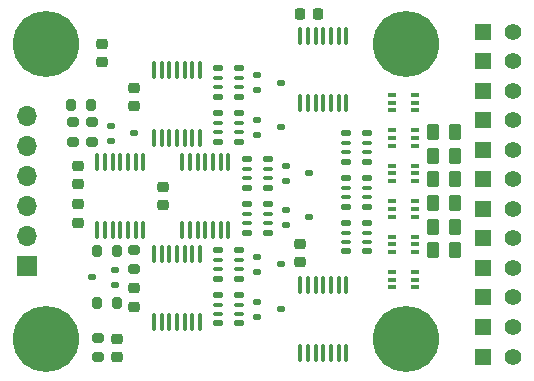
<source format=gts>
G04 #@! TF.GenerationSoftware,KiCad,Pcbnew,7.0.9-69-ge1c0bddff3*
G04 #@! TF.CreationDate,2024-02-19T10:17:23+01:00*
G04 #@! TF.ProjectId,ASP_Display,4153505f-4469-4737-906c-61792e6b6963,rev?*
G04 #@! TF.SameCoordinates,Original*
G04 #@! TF.FileFunction,Soldermask,Top*
G04 #@! TF.FilePolarity,Negative*
%FSLAX46Y46*%
G04 Gerber Fmt 4.6, Leading zero omitted, Abs format (unit mm)*
G04 Created by KiCad (PCBNEW 7.0.9-69-ge1c0bddff3) date 2024-02-19 10:17:23*
%MOMM*%
%LPD*%
G01*
G04 APERTURE LIST*
G04 Aperture macros list*
%AMRoundRect*
0 Rectangle with rounded corners*
0 $1 Rounding radius*
0 $2 $3 $4 $5 $6 $7 $8 $9 X,Y pos of 4 corners*
0 Add a 4 corners polygon primitive as box body*
4,1,4,$2,$3,$4,$5,$6,$7,$8,$9,$2,$3,0*
0 Add four circle primitives for the rounded corners*
1,1,$1+$1,$2,$3*
1,1,$1+$1,$4,$5*
1,1,$1+$1,$6,$7*
1,1,$1+$1,$8,$9*
0 Add four rect primitives between the rounded corners*
20,1,$1+$1,$2,$3,$4,$5,0*
20,1,$1+$1,$4,$5,$6,$7,0*
20,1,$1+$1,$6,$7,$8,$9,0*
20,1,$1+$1,$8,$9,$2,$3,0*%
G04 Aperture macros list end*
%ADD10C,5.600000*%
%ADD11RoundRect,0.200000X-0.275000X0.200000X-0.275000X-0.200000X0.275000X-0.200000X0.275000X0.200000X0*%
%ADD12RoundRect,0.112500X-0.237500X0.112500X-0.237500X-0.112500X0.237500X-0.112500X0.237500X0.112500X0*%
%ADD13RoundRect,0.225000X0.250000X-0.225000X0.250000X0.225000X-0.250000X0.225000X-0.250000X-0.225000X0*%
%ADD14RoundRect,0.100000X0.100000X-0.637500X0.100000X0.637500X-0.100000X0.637500X-0.100000X-0.637500X0*%
%ADD15RoundRect,0.225000X-0.250000X0.225000X-0.250000X-0.225000X0.250000X-0.225000X0.250000X0.225000X0*%
%ADD16RoundRect,0.125000X-0.275000X-0.125000X0.275000X-0.125000X0.275000X0.125000X-0.275000X0.125000X0*%
%ADD17RoundRect,0.100000X-0.300000X-0.100000X0.300000X-0.100000X0.300000X0.100000X-0.300000X0.100000X0*%
%ADD18R,1.400000X1.400000*%
%ADD19C,1.400000*%
%ADD20RoundRect,0.100000X-0.100000X0.637500X-0.100000X-0.637500X0.100000X-0.637500X0.100000X0.637500X0*%
%ADD21RoundRect,0.100000X-0.225000X-0.100000X0.225000X-0.100000X0.225000X0.100000X-0.225000X0.100000X0*%
%ADD22RoundRect,0.250000X0.262500X0.450000X-0.262500X0.450000X-0.262500X-0.450000X0.262500X-0.450000X0*%
%ADD23RoundRect,0.200000X0.275000X-0.200000X0.275000X0.200000X-0.275000X0.200000X-0.275000X-0.200000X0*%
%ADD24RoundRect,0.200000X0.200000X0.275000X-0.200000X0.275000X-0.200000X-0.275000X0.200000X-0.275000X0*%
%ADD25RoundRect,0.200000X-0.200000X-0.275000X0.200000X-0.275000X0.200000X0.275000X-0.200000X0.275000X0*%
%ADD26RoundRect,0.225000X-0.225000X-0.250000X0.225000X-0.250000X0.225000X0.250000X-0.225000X0.250000X0*%
%ADD27R,1.700000X1.700000*%
%ADD28O,1.700000X1.700000*%
%ADD29RoundRect,0.112500X0.237500X-0.112500X0.237500X0.112500X-0.237500X0.112500X-0.237500X-0.112500X0*%
G04 APERTURE END LIST*
D10*
G04 #@! TO.C,REF\u002A\u002A*
X224500000Y-114500000D03*
G04 #@! TD*
G04 #@! TO.C,REF\u002A\u002A*
X255000000Y-114500000D03*
G04 #@! TD*
G04 #@! TO.C,REF\u002A\u002A*
X255000000Y-89500000D03*
G04 #@! TD*
G04 #@! TO.C,REF\u002A\u002A*
X224500000Y-89500000D03*
G04 #@! TD*
D11*
G04 #@! TO.C,R34*
X228900000Y-114425000D03*
X228900000Y-116075000D03*
G04 #@! TD*
D12*
G04 #@! TO.C,D22*
X244800000Y-99850000D03*
X244800000Y-101150000D03*
X246800000Y-100500000D03*
G04 #@! TD*
D13*
G04 #@! TO.C,C12*
X230500000Y-116025000D03*
X230500000Y-114475000D03*
G04 #@! TD*
G04 #@! TO.C,C15*
X232000000Y-111775000D03*
X232000000Y-110225000D03*
G04 #@! TD*
D14*
G04 #@! TO.C,U3*
X228850000Y-105262500D03*
X229500000Y-105262500D03*
X230150000Y-105262500D03*
X230800000Y-105262500D03*
X231450000Y-105262500D03*
X232100000Y-105262500D03*
X232750000Y-105262500D03*
X232750000Y-99537500D03*
X232100000Y-99537500D03*
X231450000Y-99537500D03*
X230800000Y-99537500D03*
X230150000Y-99537500D03*
X229500000Y-99537500D03*
X228850000Y-99537500D03*
G04 #@! TD*
D15*
G04 #@! TO.C,C11*
X229300000Y-89525000D03*
X229300000Y-91075000D03*
G04 #@! TD*
D16*
G04 #@! TO.C,RN16*
X249900000Y-104700000D03*
D17*
X249900000Y-105500000D03*
X249900000Y-106300000D03*
D16*
X249900000Y-107100000D03*
X251700000Y-107100000D03*
D17*
X251700000Y-106300000D03*
X251700000Y-105500000D03*
D16*
X251700000Y-104700000D03*
G04 #@! TD*
D14*
G04 #@! TO.C,U1*
X246050000Y-115662500D03*
X246700000Y-115662500D03*
X247350000Y-115662500D03*
X248000000Y-115662500D03*
X248650000Y-115662500D03*
X249300000Y-115662500D03*
X249950000Y-115662500D03*
X249950000Y-109937500D03*
X249300000Y-109937500D03*
X248650000Y-109937500D03*
X248000000Y-109937500D03*
X247350000Y-109937500D03*
X246700000Y-109937500D03*
X246050000Y-109937500D03*
G04 #@! TD*
D18*
G04 #@! TO.C,D16*
X261500000Y-98500000D03*
D19*
X264040000Y-98500000D03*
G04 #@! TD*
D18*
G04 #@! TO.C,D14*
X261500000Y-103500000D03*
D19*
X264040000Y-103500000D03*
G04 #@! TD*
D20*
G04 #@! TO.C,U11*
X239950000Y-99537500D03*
X239300000Y-99537500D03*
X238650000Y-99537500D03*
X238000000Y-99537500D03*
X237350000Y-99537500D03*
X236700000Y-99537500D03*
X236050000Y-99537500D03*
X236050000Y-105262500D03*
X236700000Y-105262500D03*
X237350000Y-105262500D03*
X238000000Y-105262500D03*
X238650000Y-105262500D03*
X239300000Y-105262500D03*
X239950000Y-105262500D03*
G04 #@! TD*
D21*
G04 #@! TO.C,Q2*
X253850000Y-108850000D03*
X253850000Y-109500000D03*
X253850000Y-110150000D03*
X255750000Y-110150000D03*
X255750000Y-109500000D03*
X255750000Y-108850000D03*
G04 #@! TD*
D12*
G04 #@! TO.C,D20*
X242400000Y-107550000D03*
X242400000Y-108850000D03*
X244400000Y-108200000D03*
G04 #@! TD*
D21*
G04 #@! TO.C,Q10*
X253850000Y-96850000D03*
X253850000Y-97500000D03*
X253850000Y-98150000D03*
X255750000Y-98150000D03*
X255750000Y-97500000D03*
X255750000Y-96850000D03*
G04 #@! TD*
D20*
G04 #@! TO.C,U10*
X237550000Y-107337500D03*
X236900000Y-107337500D03*
X236250000Y-107337500D03*
X235600000Y-107337500D03*
X234950000Y-107337500D03*
X234300000Y-107337500D03*
X233650000Y-107337500D03*
X233650000Y-113062500D03*
X234300000Y-113062500D03*
X234950000Y-113062500D03*
X235600000Y-113062500D03*
X236250000Y-113062500D03*
X236900000Y-113062500D03*
X237550000Y-113062500D03*
G04 #@! TD*
D22*
G04 #@! TO.C,R13*
X259112500Y-103000000D03*
X257287500Y-103000000D03*
G04 #@! TD*
D23*
G04 #@! TO.C,R4*
X232000000Y-108625000D03*
X232000000Y-106975000D03*
G04 #@! TD*
D21*
G04 #@! TO.C,Q8*
X253850000Y-99850000D03*
X253850000Y-100500000D03*
X253850000Y-101150000D03*
X255750000Y-101150000D03*
X255750000Y-100500000D03*
X255750000Y-99850000D03*
G04 #@! TD*
D18*
G04 #@! TO.C,D3*
X261500000Y-116000000D03*
D19*
X264040000Y-116000000D03*
G04 #@! TD*
D13*
G04 #@! TO.C,C13*
X232000000Y-94775000D03*
X232000000Y-93225000D03*
G04 #@! TD*
D11*
G04 #@! TO.C,R2*
X226800000Y-96175000D03*
X226800000Y-97825000D03*
G04 #@! TD*
D18*
G04 #@! TO.C,D25*
X261500000Y-91000000D03*
D19*
X264040000Y-91000000D03*
G04 #@! TD*
D24*
G04 #@! TO.C,R6*
X230525000Y-111500000D03*
X228875000Y-111500000D03*
G04 #@! TD*
D22*
G04 #@! TO.C,R8*
X259112500Y-107000000D03*
X257287500Y-107000000D03*
G04 #@! TD*
D13*
G04 #@! TO.C,C14*
X234400000Y-103175000D03*
X234400000Y-101625000D03*
G04 #@! TD*
D12*
G04 #@! TO.C,D2*
X230000000Y-96450000D03*
X230000000Y-97750000D03*
X232000000Y-97100000D03*
G04 #@! TD*
D18*
G04 #@! TO.C,D4*
X261500000Y-113500000D03*
D19*
X264040000Y-113500000D03*
G04 #@! TD*
D12*
G04 #@! TO.C,D24*
X242400000Y-92150000D03*
X242400000Y-93450000D03*
X244400000Y-92800000D03*
G04 #@! TD*
D22*
G04 #@! TO.C,R10*
X259112500Y-105000000D03*
X257287500Y-105000000D03*
G04 #@! TD*
D16*
G04 #@! TO.C,RN15*
X239100000Y-91600000D03*
D17*
X239100000Y-92400000D03*
X239100000Y-93200000D03*
D16*
X239100000Y-94000000D03*
X240900000Y-94000000D03*
D17*
X240900000Y-93200000D03*
X240900000Y-92400000D03*
D16*
X240900000Y-91600000D03*
G04 #@! TD*
D20*
G04 #@! TO.C,U12*
X237550000Y-91737500D03*
X236900000Y-91737500D03*
X236250000Y-91737500D03*
X235600000Y-91737500D03*
X234950000Y-91737500D03*
X234300000Y-91737500D03*
X233650000Y-91737500D03*
X233650000Y-97462500D03*
X234300000Y-97462500D03*
X234950000Y-97462500D03*
X235600000Y-97462500D03*
X236250000Y-97462500D03*
X236900000Y-97462500D03*
X237550000Y-97462500D03*
G04 #@! TD*
D15*
G04 #@! TO.C,C5*
X227200000Y-99825000D03*
X227200000Y-101375000D03*
G04 #@! TD*
D12*
G04 #@! TO.C,D21*
X244800000Y-103550000D03*
X244800000Y-104850000D03*
X246800000Y-104200000D03*
G04 #@! TD*
D16*
G04 #@! TO.C,RN18*
X249900000Y-97100000D03*
D17*
X249900000Y-97900000D03*
X249900000Y-98700000D03*
D16*
X249900000Y-99500000D03*
X251700000Y-99500000D03*
D17*
X251700000Y-98700000D03*
X251700000Y-97900000D03*
D16*
X251700000Y-97100000D03*
G04 #@! TD*
D22*
G04 #@! TO.C,R30*
X259112500Y-99000000D03*
X257287500Y-99000000D03*
G04 #@! TD*
D25*
G04 #@! TO.C,R5*
X226675000Y-94700000D03*
X228325000Y-94700000D03*
G04 #@! TD*
D21*
G04 #@! TO.C,Q6*
X253850000Y-102850000D03*
X253850000Y-103500000D03*
X253850000Y-104150000D03*
X255750000Y-104150000D03*
X255750000Y-103500000D03*
X255750000Y-102850000D03*
G04 #@! TD*
G04 #@! TO.C,Q4*
X253850000Y-105850000D03*
X253850000Y-106500000D03*
X253850000Y-107150000D03*
X255750000Y-107150000D03*
X255750000Y-106500000D03*
X255750000Y-105850000D03*
G04 #@! TD*
D18*
G04 #@! TO.C,D17*
X261500000Y-96000000D03*
D19*
X264040000Y-96000000D03*
G04 #@! TD*
D26*
G04 #@! TO.C,C7*
X246025000Y-87000000D03*
X247575000Y-87000000D03*
G04 #@! TD*
D12*
G04 #@! TO.C,D23*
X242400000Y-95950000D03*
X242400000Y-97250000D03*
X244400000Y-96600000D03*
G04 #@! TD*
G04 #@! TO.C,D19*
X242400000Y-111350000D03*
X242400000Y-112650000D03*
X244400000Y-112000000D03*
G04 #@! TD*
D18*
G04 #@! TO.C,D13*
X261500000Y-106000000D03*
D19*
X264040000Y-106000000D03*
G04 #@! TD*
D16*
G04 #@! TO.C,RN17*
X249900000Y-100900000D03*
D17*
X249900000Y-101700000D03*
X249900000Y-102500000D03*
D16*
X249900000Y-103300000D03*
X251700000Y-103300000D03*
D17*
X251700000Y-102500000D03*
X251700000Y-101700000D03*
D16*
X251700000Y-100900000D03*
G04 #@! TD*
D18*
G04 #@! TO.C,D6*
X261500000Y-108500000D03*
D19*
X264040000Y-108500000D03*
G04 #@! TD*
D13*
G04 #@! TO.C,C4*
X227200000Y-104675000D03*
X227200000Y-103125000D03*
G04 #@! TD*
D16*
G04 #@! TO.C,RN14*
X239100000Y-95400000D03*
D17*
X239100000Y-96200000D03*
X239100000Y-97000000D03*
D16*
X239100000Y-97800000D03*
X240900000Y-97800000D03*
D17*
X240900000Y-97000000D03*
X240900000Y-96200000D03*
D16*
X240900000Y-95400000D03*
G04 #@! TD*
D22*
G04 #@! TO.C,R15*
X259112500Y-101000000D03*
X257287500Y-101000000D03*
G04 #@! TD*
D25*
G04 #@! TO.C,R1*
X228875000Y-107100000D03*
X230525000Y-107100000D03*
G04 #@! TD*
D18*
G04 #@! TO.C,D18*
X261500000Y-93500000D03*
D19*
X264040000Y-93500000D03*
G04 #@! TD*
D16*
G04 #@! TO.C,RN13*
X241500000Y-99300000D03*
D17*
X241500000Y-100100000D03*
X241500000Y-100900000D03*
D16*
X241500000Y-101700000D03*
X243300000Y-101700000D03*
D17*
X243300000Y-100900000D03*
X243300000Y-100100000D03*
D16*
X243300000Y-99300000D03*
G04 #@! TD*
G04 #@! TO.C,RN10*
X239100000Y-110800000D03*
D17*
X239100000Y-111600000D03*
X239100000Y-112400000D03*
D16*
X239100000Y-113200000D03*
X240900000Y-113200000D03*
D17*
X240900000Y-112400000D03*
X240900000Y-111600000D03*
D16*
X240900000Y-110800000D03*
G04 #@! TD*
G04 #@! TO.C,RN11*
X239100000Y-107000000D03*
D17*
X239100000Y-107800000D03*
X239100000Y-108600000D03*
D16*
X239100000Y-109400000D03*
X240900000Y-109400000D03*
D17*
X240900000Y-108600000D03*
X240900000Y-107800000D03*
D16*
X240900000Y-107000000D03*
G04 #@! TD*
D18*
G04 #@! TO.C,D26*
X261500000Y-88500000D03*
D19*
X264040000Y-88500000D03*
G04 #@! TD*
D27*
G04 #@! TO.C,J1*
X222875000Y-108350000D03*
D28*
X222875000Y-105810000D03*
X222875000Y-103270000D03*
X222875000Y-100730000D03*
X222875000Y-98190000D03*
X222875000Y-95650000D03*
G04 #@! TD*
D11*
G04 #@! TO.C,R3*
X228400000Y-96175000D03*
X228400000Y-97825000D03*
G04 #@! TD*
D16*
G04 #@! TO.C,RN12*
X241500000Y-103100000D03*
D17*
X241500000Y-103900000D03*
X241500000Y-104700000D03*
D16*
X241500000Y-105500000D03*
X243300000Y-105500000D03*
D17*
X243300000Y-104700000D03*
X243300000Y-103900000D03*
D16*
X243300000Y-103100000D03*
G04 #@! TD*
D14*
G04 #@! TO.C,U4*
X246050000Y-94562500D03*
X246700000Y-94562500D03*
X247350000Y-94562500D03*
X248000000Y-94562500D03*
X248650000Y-94562500D03*
X249300000Y-94562500D03*
X249950000Y-94562500D03*
X249950000Y-88837500D03*
X249300000Y-88837500D03*
X248650000Y-88837500D03*
X248000000Y-88837500D03*
X247350000Y-88837500D03*
X246700000Y-88837500D03*
X246050000Y-88837500D03*
G04 #@! TD*
D29*
G04 #@! TO.C,D1*
X230400000Y-109950000D03*
X230400000Y-108650000D03*
X228400000Y-109300000D03*
G04 #@! TD*
D21*
G04 #@! TO.C,Q12*
X253850000Y-93850000D03*
X253850000Y-94500000D03*
X253850000Y-95150000D03*
X255750000Y-95150000D03*
X255750000Y-94500000D03*
X255750000Y-93850000D03*
G04 #@! TD*
D22*
G04 #@! TO.C,R32*
X259112500Y-97000000D03*
X257287500Y-97000000D03*
G04 #@! TD*
D18*
G04 #@! TO.C,D15*
X261500000Y-101000000D03*
D19*
X264040000Y-101000000D03*
G04 #@! TD*
D18*
G04 #@! TO.C,D5*
X261500000Y-111000000D03*
D19*
X264040000Y-111000000D03*
G04 #@! TD*
D13*
G04 #@! TO.C,C2*
X246000000Y-108025000D03*
X246000000Y-106475000D03*
G04 #@! TD*
M02*

</source>
